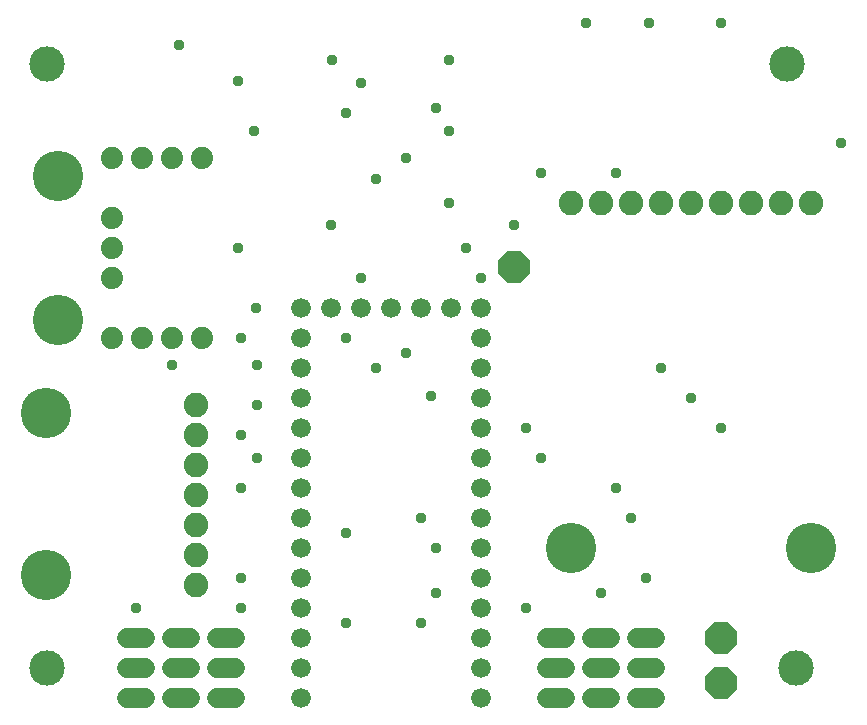
<source format=gbr>
G04 EAGLE Gerber RS-274X export*
G75*
%MOMM*%
%FSLAX34Y34*%
%LPD*%
%INSoldermask Bottom*%
%IPPOS*%
%AMOC8*
5,1,8,0,0,1.08239X$1,22.5*%
G01*
%ADD10C,3.003200*%
%ADD11C,1.727200*%
%ADD12P,2.969212X8X112.500000*%
%ADD13P,2.969212X8X22.500000*%
%ADD14C,1.676400*%
%ADD15C,4.267200*%
%ADD16C,2.082800*%
%ADD17C,1.879600*%
%ADD18C,0.959600*%


D10*
X52070Y562102D03*
X685800Y50800D03*
X678180Y562102D03*
X52070Y50800D03*
D11*
X474980Y76200D02*
X490220Y76200D01*
X490220Y50800D02*
X474980Y50800D01*
X474980Y25400D02*
X490220Y25400D01*
X513080Y76200D02*
X528320Y76200D01*
X528320Y50800D02*
X513080Y50800D01*
X513080Y25400D02*
X528320Y25400D01*
X134620Y76200D02*
X119380Y76200D01*
X119380Y50800D02*
X134620Y50800D01*
X134620Y25400D02*
X119380Y25400D01*
D12*
X622300Y76200D03*
D13*
X622300Y38100D03*
D14*
X419100Y25400D03*
X419100Y50800D03*
X419100Y76200D03*
X419100Y101600D03*
X419100Y127000D03*
X419100Y152400D03*
X419100Y177800D03*
X419100Y203200D03*
X419100Y228600D03*
X419100Y254000D03*
X419100Y279400D03*
X419100Y304800D03*
X419100Y330200D03*
X419100Y355600D03*
X393700Y355600D03*
X368300Y355600D03*
X342900Y355600D03*
X317500Y355600D03*
X292100Y355600D03*
X266700Y355600D03*
X266700Y330200D03*
X266700Y304800D03*
X266700Y279400D03*
X266700Y254000D03*
X266700Y228600D03*
X266700Y203200D03*
X266700Y177800D03*
X266700Y152400D03*
X266700Y127000D03*
X266700Y101600D03*
X266700Y76200D03*
X266700Y50800D03*
X266700Y25400D03*
D15*
X50800Y129540D03*
X50800Y266700D03*
D16*
X177800Y120650D03*
X177800Y146050D03*
X177800Y171450D03*
X177800Y196850D03*
X177800Y222250D03*
X177800Y247650D03*
X177800Y273050D03*
D15*
X698500Y152400D03*
X495300Y152400D03*
D16*
X698500Y444500D03*
X673100Y444500D03*
X647700Y444500D03*
X622300Y444500D03*
X596900Y444500D03*
X571500Y444500D03*
X546100Y444500D03*
X520700Y444500D03*
X495300Y444500D03*
D15*
X60960Y467360D03*
X60960Y345440D03*
D17*
X106680Y482600D03*
X132080Y482600D03*
X157480Y482600D03*
X182880Y482600D03*
X182880Y330200D03*
X157480Y330200D03*
X132080Y330200D03*
X106680Y330200D03*
X106680Y431800D03*
X106680Y406400D03*
X106680Y381000D03*
D13*
X447040Y389890D03*
D11*
X172720Y76200D02*
X157480Y76200D01*
X157480Y50800D02*
X172720Y50800D01*
X172720Y25400D02*
X157480Y25400D01*
X551180Y76200D02*
X566420Y76200D01*
X566420Y50800D02*
X551180Y50800D01*
X551180Y25400D02*
X566420Y25400D01*
X210820Y76200D02*
X195580Y76200D01*
X195580Y50800D02*
X210820Y50800D01*
X210820Y25400D02*
X195580Y25400D01*
D18*
X293370Y565150D03*
X292100Y425450D03*
X392430Y444500D03*
X163830Y577850D03*
X508000Y596900D03*
X561340Y596900D03*
X622300Y596900D03*
X392430Y565150D03*
X392430Y505460D03*
X215900Y247650D03*
X215900Y203200D03*
X215900Y330200D03*
X229870Y273050D03*
X229870Y228600D03*
X157480Y307340D03*
X229870Y307340D03*
X447040Y425450D03*
X419100Y381000D03*
X317500Y381000D03*
X317500Y546100D03*
X228600Y355600D03*
X227330Y505460D03*
X304800Y330200D03*
X304800Y520700D03*
X355600Y482600D03*
X355600Y317500D03*
X330200Y464820D03*
X330200Y304800D03*
X368300Y88900D03*
X368300Y177800D03*
X520700Y114300D03*
X381000Y114300D03*
X381000Y152400D03*
X215900Y127000D03*
X215900Y101600D03*
X127000Y101600D03*
X213360Y547370D03*
X213360Y406400D03*
X406400Y406400D03*
X469900Y228600D03*
X469900Y469900D03*
X533400Y469900D03*
X533400Y203200D03*
X546100Y177800D03*
X723900Y495300D03*
X596900Y279400D03*
X571500Y304800D03*
X622300Y254000D03*
X457200Y254000D03*
X457200Y101600D03*
X377190Y280670D03*
X381000Y524510D03*
X558800Y127000D03*
X304800Y165100D03*
X304800Y88900D03*
M02*

</source>
